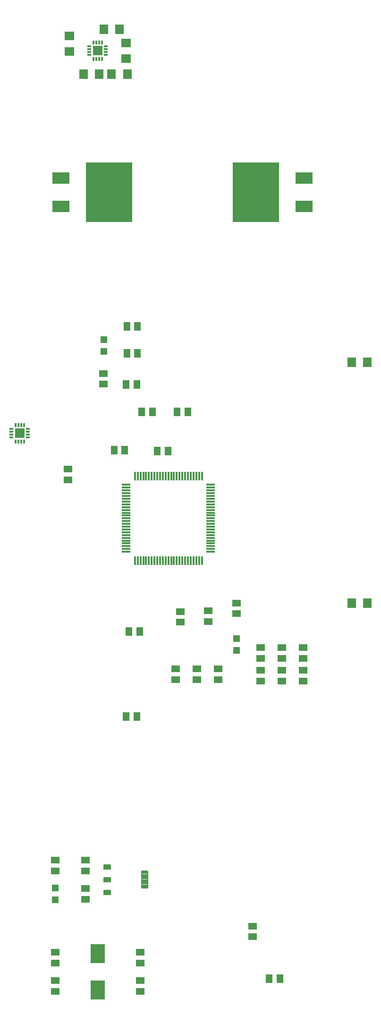
<source format=gbr>
G04 EAGLE Gerber RS-274X export*
G75*
%MOMM*%
%FSLAX34Y34*%
%LPD*%
%INSolderpaste Top*%
%IPPOS*%
%AMOC8*
5,1,8,0,0,1.08239X$1,22.5*%
G01*
%ADD10R,1.500000X1.300000*%
%ADD11R,1.600000X1.800000*%
%ADD12R,1.800000X1.600000*%
%ADD13R,1.300000X1.500000*%
%ADD14R,0.800000X0.300000*%
%ADD15R,0.300000X0.800000*%
%ADD16R,1.800000X1.800000*%
%ADD17R,0.300000X1.600000*%
%ADD18R,1.600000X0.300000*%
%ADD19R,1.200000X1.200000*%
%ADD20R,1.600000X1.803000*%
%ADD21C,0.139500*%
%ADD22C,0.196500*%
%ADD23R,2.500000X3.500000*%
%ADD24R,3.050000X2.030000*%
%ADD25R,8.380000X10.660000*%


D10*
X194310Y231800D03*
X194310Y250800D03*
D11*
X255300Y1790700D03*
X227300Y1790700D03*
D12*
X266700Y1738600D03*
X266700Y1766600D03*
D10*
X194310Y301600D03*
X194310Y282600D03*
D11*
X190470Y1710690D03*
X218470Y1710690D03*
D12*
X165100Y1779300D03*
X165100Y1751300D03*
D13*
X295300Y1104900D03*
X314300Y1104900D03*
X377800Y1104900D03*
X358800Y1104900D03*
D14*
X61200Y1074300D03*
X61200Y1069300D03*
X61200Y1064300D03*
X61200Y1059300D03*
D15*
X68700Y1051800D03*
X73700Y1051800D03*
X78700Y1051800D03*
X83700Y1051800D03*
D14*
X91200Y1059300D03*
X91200Y1064300D03*
X91200Y1069300D03*
X91200Y1074300D03*
D15*
X83700Y1081800D03*
X78700Y1081800D03*
X73700Y1081800D03*
X68700Y1081800D03*
D16*
X76200Y1066800D03*
D14*
X200900Y1760100D03*
X200900Y1755100D03*
X200900Y1750100D03*
X200900Y1745100D03*
D15*
X208400Y1737600D03*
X213400Y1737600D03*
X218400Y1737600D03*
X223400Y1737600D03*
D14*
X230900Y1745100D03*
X230900Y1750100D03*
X230900Y1755100D03*
X230900Y1760100D03*
D15*
X223400Y1767600D03*
X218400Y1767600D03*
X213400Y1767600D03*
X208400Y1767600D03*
D16*
X215900Y1752600D03*
D17*
X402900Y990400D03*
X397900Y990400D03*
X392900Y990400D03*
X387900Y990400D03*
X382900Y990400D03*
X377900Y990400D03*
X372900Y990400D03*
X367900Y990400D03*
X362900Y990400D03*
X357900Y990400D03*
X352900Y990400D03*
X347900Y990400D03*
X342900Y990400D03*
X337900Y990400D03*
X332900Y990400D03*
X327900Y990400D03*
X322900Y990400D03*
X317900Y990400D03*
X312900Y990400D03*
X307900Y990400D03*
X302900Y990400D03*
X297900Y990400D03*
X292900Y990400D03*
X287900Y990400D03*
X282900Y990400D03*
D18*
X266900Y974400D03*
X266900Y969400D03*
X266900Y964400D03*
X266900Y959400D03*
X266900Y954400D03*
X266900Y949400D03*
X266900Y944400D03*
X266900Y939400D03*
X266900Y934400D03*
X266900Y929400D03*
X266900Y924400D03*
X266900Y919400D03*
X266900Y914400D03*
X266900Y909400D03*
X266900Y904400D03*
X266900Y899400D03*
X266900Y894400D03*
X266900Y889400D03*
X266900Y884400D03*
X266900Y879400D03*
X266900Y874400D03*
X266900Y869400D03*
X266900Y864400D03*
X266900Y859400D03*
X266900Y854400D03*
D17*
X282900Y838400D03*
X287900Y838400D03*
X292900Y838400D03*
X297900Y838400D03*
X302900Y838400D03*
X307900Y838400D03*
X312900Y838400D03*
X317900Y838400D03*
X322900Y838400D03*
X327900Y838400D03*
X332900Y838400D03*
X337900Y838400D03*
X342900Y838400D03*
X347900Y838400D03*
X352900Y838400D03*
X357900Y838400D03*
X362900Y838400D03*
X367900Y838400D03*
X372900Y838400D03*
X377900Y838400D03*
X382900Y838400D03*
X387900Y838400D03*
X392900Y838400D03*
X397900Y838400D03*
X402900Y838400D03*
D18*
X418900Y854400D03*
X418900Y859400D03*
X418900Y864400D03*
X418900Y869400D03*
X418900Y874400D03*
X418900Y879400D03*
X418900Y884400D03*
X418900Y889400D03*
X418900Y894400D03*
X418900Y899400D03*
X418900Y904400D03*
X418900Y909400D03*
X418900Y914400D03*
X418900Y919400D03*
X418900Y924400D03*
X418900Y929400D03*
X418900Y934400D03*
X418900Y939400D03*
X418900Y944400D03*
X418900Y949400D03*
X418900Y954400D03*
X418900Y959400D03*
X418900Y964400D03*
X418900Y969400D03*
X418900Y974400D03*
D19*
X227330Y1213780D03*
X227330Y1234780D03*
X139700Y230800D03*
X139700Y251800D03*
D13*
X264770Y1036320D03*
X245770Y1036320D03*
X267360Y1154430D03*
X286360Y1154430D03*
D10*
X414020Y748640D03*
X414020Y729640D03*
X364490Y728370D03*
X364490Y747370D03*
D13*
X342240Y1035050D03*
X323240Y1035050D03*
D10*
X292100Y136500D03*
X292100Y117500D03*
X292100Y85700D03*
X292100Y66700D03*
X139700Y66700D03*
X139700Y85700D03*
X139700Y117500D03*
X139700Y136500D03*
D20*
X241050Y1710690D03*
X269490Y1710690D03*
D21*
X227397Y293553D02*
X227397Y285647D01*
X227397Y293553D02*
X239103Y293553D01*
X239103Y285647D01*
X227397Y285647D01*
X227397Y286972D02*
X239103Y286972D01*
X239103Y288297D02*
X227397Y288297D01*
X227397Y289622D02*
X239103Y289622D01*
X239103Y290947D02*
X227397Y290947D01*
X227397Y292272D02*
X239103Y292272D01*
X227397Y270653D02*
X227397Y262747D01*
X227397Y270653D02*
X239103Y270653D01*
X239103Y262747D01*
X227397Y262747D01*
X227397Y264072D02*
X239103Y264072D01*
X239103Y265397D02*
X227397Y265397D01*
X227397Y266722D02*
X239103Y266722D01*
X239103Y268047D02*
X227397Y268047D01*
X227397Y269372D02*
X239103Y269372D01*
X227397Y247753D02*
X227397Y239847D01*
X227397Y247753D02*
X239103Y247753D01*
X239103Y239847D01*
X227397Y239847D01*
X227397Y241172D02*
X239103Y241172D01*
X239103Y242497D02*
X227397Y242497D01*
X227397Y243822D02*
X239103Y243822D01*
X239103Y245147D02*
X227397Y245147D01*
X227397Y246472D02*
X239103Y246472D01*
D22*
X294582Y251482D02*
X294582Y281918D01*
X305718Y281918D01*
X305718Y251482D01*
X294582Y251482D01*
X294582Y253349D02*
X305718Y253349D01*
X305718Y255216D02*
X294582Y255216D01*
X294582Y257083D02*
X305718Y257083D01*
X305718Y258950D02*
X294582Y258950D01*
X294582Y260817D02*
X305718Y260817D01*
X305718Y262684D02*
X294582Y262684D01*
X294582Y264551D02*
X305718Y264551D01*
X305718Y266418D02*
X294582Y266418D01*
X294582Y268285D02*
X305718Y268285D01*
X305718Y270152D02*
X294582Y270152D01*
X294582Y272019D02*
X305718Y272019D01*
X305718Y273886D02*
X294582Y273886D01*
X294582Y275753D02*
X305718Y275753D01*
X305718Y277620D02*
X294582Y277620D01*
X294582Y279487D02*
X305718Y279487D01*
X305718Y281354D02*
X294582Y281354D01*
D10*
X162560Y1002640D03*
X162560Y983640D03*
D23*
X215900Y134100D03*
X215900Y69100D03*
D10*
X508000Y622960D03*
X508000Y641960D03*
X546100Y622960D03*
X546100Y641960D03*
X584200Y622960D03*
X584200Y641960D03*
X355600Y625500D03*
X355600Y644500D03*
X393700Y625500D03*
X393700Y644500D03*
X431800Y625500D03*
X431800Y644500D03*
X508000Y682600D03*
X508000Y663600D03*
X546100Y682600D03*
X546100Y663600D03*
X584200Y682600D03*
X584200Y663600D03*
D24*
X150460Y1524000D03*
X150460Y1473200D03*
D25*
X236610Y1498600D03*
D24*
X586140Y1473200D03*
X586140Y1524000D03*
D25*
X499990Y1498600D03*
D10*
X139700Y301600D03*
X139700Y282600D03*
D13*
X542900Y88900D03*
X523900Y88900D03*
D10*
X494030Y183490D03*
X494030Y164490D03*
D13*
X291440Y711200D03*
X272440Y711200D03*
X267360Y558800D03*
X286360Y558800D03*
D10*
X226060Y1155090D03*
X226060Y1174090D03*
X464820Y762610D03*
X464820Y743610D03*
D19*
X464820Y677840D03*
X464820Y698840D03*
D20*
X700020Y762000D03*
X671580Y762000D03*
X700020Y1193800D03*
X671580Y1193800D03*
D13*
X287630Y1210310D03*
X268630Y1210310D03*
X268630Y1258570D03*
X287630Y1258570D03*
M02*

</source>
